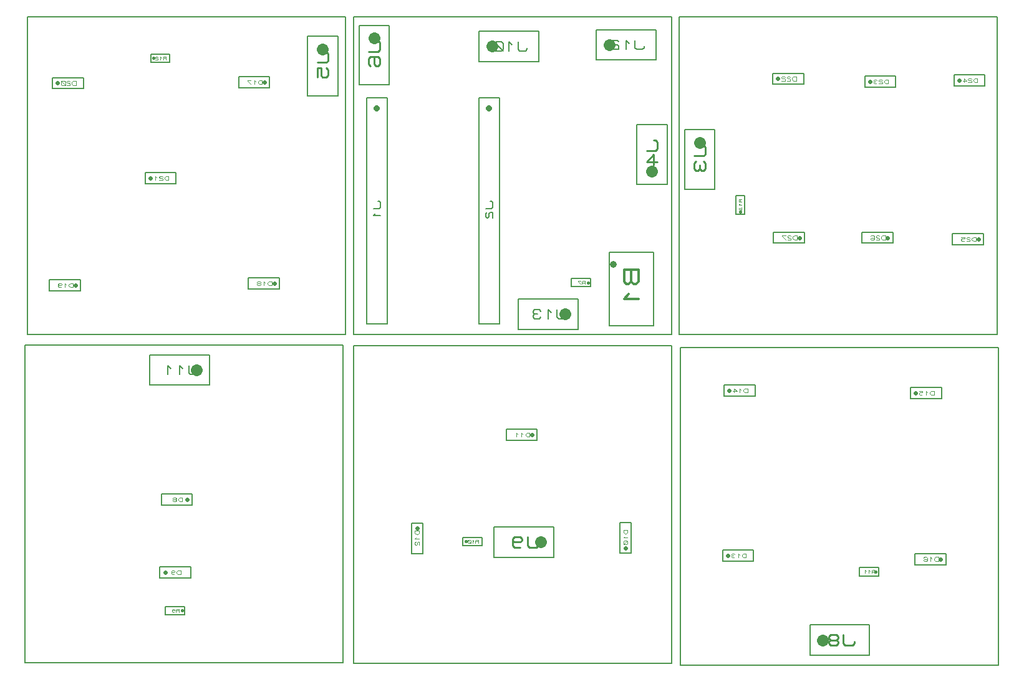
<source format=gbr>
G04 PROTEUS GERBER X2 FILE*
%TF.GenerationSoftware,Labcenter,Proteus,8.9-SP0-Build27865*%
%TF.CreationDate,2020-02-24T18:21:19+00:00*%
%TF.FileFunction,AssemblyDrawing,Bot*%
%TF.FilePolarity,Positive*%
%TF.Part,Single*%
%TF.SameCoordinates,{bab694e6-e1a7-4f03-bc32-dd160c38e7b3}*%
%FSLAX45Y45*%
%MOMM*%
G01*
%TA.AperFunction,Profile*%
%ADD18C,0.203200*%
%TA.AperFunction,Material*%
%ADD20C,0.203200*%
%ADD43C,0.812800*%
%ADD44C,0.164590*%
%ADD45C,1.640000*%
%ADD46C,0.246000*%
%ADD47C,0.202500*%
%ADD39C,0.600000*%
%ADD40C,0.090000*%
%ADD41C,0.460000*%
%ADD48C,0.065000*%
%ADD42C,0.069000*%
%ADD49C,0.900000*%
%ADD50C,0.333330*%
%TD.AperFunction*%
D18*
X-240000Y+660000D02*
X+4078000Y+660000D01*
X+4078000Y+4978000D01*
X-240000Y+4978000D01*
X-240000Y+660000D01*
D20*
X+1462840Y+808840D02*
X+1737160Y+808840D01*
X+1737160Y+3877160D01*
X+1462840Y+3877160D01*
X+1462840Y+808840D01*
D43*
X+1600000Y+3740000D02*
X+1600000Y+3740000D01*
D44*
X+1616460Y+2474673D02*
X+1632919Y+2474673D01*
X+1649378Y+2458214D01*
X+1649378Y+2392378D01*
X+1632919Y+2375919D01*
X+1550623Y+2375919D01*
X+1567082Y+2326541D02*
X+1550623Y+2310082D01*
X+1550623Y+2260705D01*
X+1567082Y+2244246D01*
X+1583541Y+2244246D01*
X+1600000Y+2260705D01*
X+1600000Y+2310082D01*
X+1616460Y+2326541D01*
X+1649378Y+2326541D01*
X+1649378Y+2244246D01*
D20*
X-61160Y+808840D02*
X+213160Y+808840D01*
X+213160Y+3877160D01*
X-61160Y+3877160D01*
X-61160Y+808840D01*
D43*
X+76000Y+3740000D02*
X+76000Y+3740000D01*
D44*
X+92460Y+2474673D02*
X+108919Y+2474673D01*
X+125378Y+2458214D01*
X+125378Y+2392378D01*
X+108919Y+2375919D01*
X+26623Y+2375919D01*
X+59541Y+2310082D02*
X+26623Y+2277164D01*
X+125378Y+2277164D01*
D18*
X+4180000Y+660000D02*
X+8498000Y+660000D01*
X+8498000Y+4978000D01*
X+4180000Y+4978000D01*
X+4180000Y+660000D01*
X+4200000Y-3830000D02*
X+8518000Y-3830000D01*
X+8518000Y+488000D01*
X+4200000Y+488000D01*
X+4200000Y-3830000D01*
X-4670000Y+660000D02*
X-352000Y+660000D01*
X-352000Y+4978000D01*
X-4670000Y+4978000D01*
X-4670000Y+660000D01*
X-4700000Y-3800000D02*
X-382000Y-3800000D01*
X-382000Y+518000D01*
X-4700000Y+518000D01*
X-4700000Y-3800000D01*
X-240000Y-3810000D02*
X+4078000Y-3810000D01*
X+4078000Y+508000D01*
X-240000Y+508000D01*
X-240000Y-3810000D01*
D20*
X+5955000Y-3695000D02*
X+6765000Y-3695000D01*
X+6765000Y-3285000D01*
X+5955000Y-3285000D01*
X+5955000Y-3695000D01*
D45*
X+6130000Y-3490000D02*
X+6130000Y-3490000D01*
D46*
X+6556800Y-3514600D02*
X+6556800Y-3539200D01*
X+6532200Y-3563800D01*
X+6433800Y-3563800D01*
X+6409200Y-3539200D01*
X+6409200Y-3416200D01*
X+6310800Y-3490000D02*
X+6335400Y-3465400D01*
X+6335400Y-3440800D01*
X+6310800Y-3416200D01*
X+6237000Y-3416200D01*
X+6212400Y-3440800D01*
X+6212400Y-3465400D01*
X+6237000Y-3490000D01*
X+6310800Y-3490000D01*
X+6335400Y-3514600D01*
X+6335400Y-3539200D01*
X+6310800Y-3563800D01*
X+6237000Y-3563800D01*
X+6212400Y-3539200D01*
X+6212400Y-3514600D01*
X+6237000Y-3490000D01*
D20*
X+1665000Y-2365000D02*
X+2475000Y-2365000D01*
X+2475000Y-1955000D01*
X+1665000Y-1955000D01*
X+1665000Y-2365000D01*
D45*
X+2300000Y-2160000D02*
X+2300000Y-2160000D01*
D46*
X+2266800Y-2184600D02*
X+2266800Y-2209200D01*
X+2242200Y-2233800D01*
X+2143800Y-2233800D01*
X+2119200Y-2209200D01*
X+2119200Y-2086200D01*
X+1922400Y-2135400D02*
X+1947000Y-2160000D01*
X+2020800Y-2160000D01*
X+2045400Y-2135400D01*
X+2045400Y-2110800D01*
X+2020800Y-2086200D01*
X+1947000Y-2086200D01*
X+1922400Y-2110800D01*
X+1922400Y-2209200D01*
X+1947000Y-2233800D01*
X+2020800Y-2233800D01*
D20*
X-3005000Y-25000D02*
X-2195000Y-25000D01*
X-2195000Y+385000D01*
X-3005000Y+385000D01*
X-3005000Y-25000D01*
D45*
X-2370000Y+180000D02*
X-2370000Y+180000D01*
D47*
X-2357000Y+159750D02*
X-2357000Y+139500D01*
X-2377250Y+119250D01*
X-2458250Y+119250D01*
X-2478500Y+139500D01*
X-2478500Y+240750D01*
X-2559500Y+200250D02*
X-2600000Y+240750D01*
X-2600000Y+119250D01*
X-2721500Y+200250D02*
X-2762000Y+240750D01*
X-2762000Y+119250D01*
D20*
X+3055000Y+4395000D02*
X+3865000Y+4395000D01*
X+3865000Y+4805000D01*
X+3055000Y+4805000D01*
X+3055000Y+4395000D01*
D45*
X+3230000Y+4600000D02*
X+3230000Y+4600000D01*
D47*
X+3703000Y+4579750D02*
X+3703000Y+4559500D01*
X+3682750Y+4539250D01*
X+3601750Y+4539250D01*
X+3581500Y+4559500D01*
X+3581500Y+4660750D01*
X+3500500Y+4620250D02*
X+3460000Y+4660750D01*
X+3460000Y+4539250D01*
X+3358750Y+4640500D02*
X+3338500Y+4660750D01*
X+3277750Y+4660750D01*
X+3257500Y+4640500D01*
X+3257500Y+4620250D01*
X+3277750Y+4600000D01*
X+3338500Y+4600000D01*
X+3358750Y+4579750D01*
X+3358750Y+4539250D01*
X+3257500Y+4539250D01*
D20*
X+1995000Y+735000D02*
X+2805000Y+735000D01*
X+2805000Y+1145000D01*
X+1995000Y+1145000D01*
X+1995000Y+735000D01*
D45*
X+2630000Y+940000D02*
X+2630000Y+940000D01*
D47*
X+2643000Y+919750D02*
X+2643000Y+899500D01*
X+2622750Y+879250D01*
X+2541750Y+879250D01*
X+2521500Y+899500D01*
X+2521500Y+1000750D01*
X+2440500Y+960250D02*
X+2400000Y+1000750D01*
X+2400000Y+879250D01*
X+2298750Y+980500D02*
X+2278500Y+1000750D01*
X+2217750Y+1000750D01*
X+2197500Y+980500D01*
X+2197500Y+960250D01*
X+2217750Y+940000D01*
X+2197500Y+919750D01*
X+2197500Y+899500D01*
X+2217750Y+879250D01*
X+2278500Y+879250D01*
X+2298750Y+899500D01*
X+2258250Y+940000D02*
X+2217750Y+940000D01*
D20*
X+4255000Y+2635000D02*
X+4665000Y+2635000D01*
X+4665000Y+3445000D01*
X+4255000Y+3445000D01*
X+4255000Y+2635000D01*
D45*
X+4460000Y+3270000D02*
X+4460000Y+3270000D01*
D46*
X+4484600Y+3236800D02*
X+4509200Y+3236800D01*
X+4533800Y+3212200D01*
X+4533800Y+3113800D01*
X+4509200Y+3089200D01*
X+4386200Y+3089200D01*
X+4410800Y+3015400D02*
X+4386200Y+2990800D01*
X+4386200Y+2917000D01*
X+4410800Y+2892400D01*
X+4435400Y+2892400D01*
X+4460000Y+2917000D01*
X+4484600Y+2892400D01*
X+4509200Y+2892400D01*
X+4533800Y+2917000D01*
X+4533800Y+2990800D01*
X+4509200Y+3015400D01*
X+4460000Y+2966200D02*
X+4460000Y+2917000D01*
D20*
X+3605000Y+2705000D02*
X+4015000Y+2705000D01*
X+4015000Y+3515000D01*
X+3605000Y+3515000D01*
X+3605000Y+2705000D01*
D45*
X+3810000Y+2880000D02*
X+3810000Y+2880000D01*
D46*
X+3834600Y+3306800D02*
X+3859200Y+3306800D01*
X+3883800Y+3282200D01*
X+3883800Y+3183800D01*
X+3859200Y+3159200D01*
X+3736200Y+3159200D01*
X+3834600Y+2962400D02*
X+3834600Y+3110000D01*
X+3736200Y+3011600D01*
X+3883800Y+3011600D01*
D20*
X-865000Y+3905000D02*
X-455000Y+3905000D01*
X-455000Y+4715000D01*
X-865000Y+4715000D01*
X-865000Y+3905000D01*
D45*
X-660000Y+4540000D02*
X-660000Y+4540000D01*
D46*
X-635400Y+4506800D02*
X-610800Y+4506800D01*
X-586200Y+4482200D01*
X-586200Y+4383800D01*
X-610800Y+4359200D01*
X-733800Y+4359200D01*
X-733800Y+4162400D02*
X-733800Y+4285400D01*
X-684600Y+4285400D01*
X-684600Y+4187000D01*
X-660000Y+4162400D01*
X-610800Y+4162400D01*
X-586200Y+4187000D01*
X-586200Y+4260800D01*
X-610800Y+4285400D01*
D20*
X-165000Y+4055000D02*
X+245000Y+4055000D01*
X+245000Y+4865000D01*
X-165000Y+4865000D01*
X-165000Y+4055000D01*
D45*
X+40000Y+4690000D02*
X+40000Y+4690000D01*
D46*
X+64600Y+4656800D02*
X+89200Y+4656800D01*
X+113800Y+4632200D01*
X+113800Y+4533800D01*
X+89200Y+4509200D01*
X-33800Y+4509200D01*
X-9200Y+4312400D02*
X-33800Y+4337000D01*
X-33800Y+4410800D01*
X-9200Y+4435400D01*
X+89200Y+4435400D01*
X+113800Y+4410800D01*
X+113800Y+4337000D01*
X+89200Y+4312400D01*
X+64600Y+4312400D01*
X+40000Y+4337000D01*
X+40000Y+4435400D01*
D20*
X+5460000Y+1905000D02*
X+5880000Y+1905000D01*
X+5880000Y+2055000D01*
X+5460000Y+2055000D01*
X+5460000Y+1905000D01*
D39*
X+5810000Y+1980000D02*
X+5810000Y+1980000D01*
D40*
X+5778000Y+1953000D02*
X+5778000Y+2007000D01*
X+5742000Y+2007000D01*
X+5724000Y+1989000D01*
X+5724000Y+1971000D01*
X+5742000Y+1953000D01*
X+5778000Y+1953000D01*
X+5697000Y+1998000D02*
X+5688000Y+2007000D01*
X+5661000Y+2007000D01*
X+5652000Y+1998000D01*
X+5652000Y+1989000D01*
X+5661000Y+1980000D01*
X+5688000Y+1980000D01*
X+5697000Y+1971000D01*
X+5697000Y+1953000D01*
X+5652000Y+1953000D01*
X+5625000Y+2007000D02*
X+5580000Y+2007000D01*
X+5580000Y+1998000D01*
X+5625000Y+1953000D01*
D20*
X+6660000Y+1905000D02*
X+7080000Y+1905000D01*
X+7080000Y+2055000D01*
X+6660000Y+2055000D01*
X+6660000Y+1905000D01*
D39*
X+7010000Y+1980000D02*
X+7010000Y+1980000D01*
D40*
X+6978000Y+1953000D02*
X+6978000Y+2007000D01*
X+6942000Y+2007000D01*
X+6924000Y+1989000D01*
X+6924000Y+1971000D01*
X+6942000Y+1953000D01*
X+6978000Y+1953000D01*
X+6897000Y+1998000D02*
X+6888000Y+2007000D01*
X+6861000Y+2007000D01*
X+6852000Y+1998000D01*
X+6852000Y+1989000D01*
X+6861000Y+1980000D01*
X+6888000Y+1980000D01*
X+6897000Y+1971000D01*
X+6897000Y+1953000D01*
X+6852000Y+1953000D01*
X+6780000Y+1998000D02*
X+6789000Y+2007000D01*
X+6816000Y+2007000D01*
X+6825000Y+1998000D01*
X+6825000Y+1962000D01*
X+6816000Y+1953000D01*
X+6789000Y+1953000D01*
X+6780000Y+1962000D01*
X+6780000Y+1971000D01*
X+6789000Y+1980000D01*
X+6825000Y+1980000D01*
D20*
X+4770000Y-2415000D02*
X+5190000Y-2415000D01*
X+5190000Y-2265000D01*
X+4770000Y-2265000D01*
X+4770000Y-2415000D01*
D39*
X+4840000Y-2340000D02*
X+4840000Y-2340000D01*
D40*
X+5088000Y-2367000D02*
X+5088000Y-2313000D01*
X+5052000Y-2313000D01*
X+5034000Y-2331000D01*
X+5034000Y-2349000D01*
X+5052000Y-2367000D01*
X+5088000Y-2367000D01*
X+4998000Y-2331000D02*
X+4980000Y-2313000D01*
X+4980000Y-2367000D01*
X+4935000Y-2322000D02*
X+4926000Y-2313000D01*
X+4899000Y-2313000D01*
X+4890000Y-2322000D01*
X+4890000Y-2331000D01*
X+4899000Y-2340000D01*
X+4890000Y-2349000D01*
X+4890000Y-2358000D01*
X+4899000Y-2367000D01*
X+4926000Y-2367000D01*
X+4935000Y-2358000D01*
X+4917000Y-2340000D02*
X+4899000Y-2340000D01*
D20*
X+4790000Y-175000D02*
X+5210000Y-175000D01*
X+5210000Y-25000D01*
X+4790000Y-25000D01*
X+4790000Y-175000D01*
D39*
X+4860000Y-100000D02*
X+4860000Y-100000D01*
D40*
X+5108000Y-127000D02*
X+5108000Y-73000D01*
X+5072000Y-73000D01*
X+5054000Y-91000D01*
X+5054000Y-109000D01*
X+5072000Y-127000D01*
X+5108000Y-127000D01*
X+5018000Y-91000D02*
X+5000000Y-73000D01*
X+5000000Y-127000D01*
X+4910000Y-109000D02*
X+4964000Y-109000D01*
X+4928000Y-73000D01*
X+4928000Y-127000D01*
D20*
X+7320000Y-205000D02*
X+7740000Y-205000D01*
X+7740000Y-55000D01*
X+7320000Y-55000D01*
X+7320000Y-205000D01*
D39*
X+7390000Y-130000D02*
X+7390000Y-130000D01*
D40*
X+7638000Y-157000D02*
X+7638000Y-103000D01*
X+7602000Y-103000D01*
X+7584000Y-121000D01*
X+7584000Y-139000D01*
X+7602000Y-157000D01*
X+7638000Y-157000D01*
X+7548000Y-121000D02*
X+7530000Y-103000D01*
X+7530000Y-157000D01*
X+7440000Y-103000D02*
X+7485000Y-103000D01*
X+7485000Y-121000D01*
X+7449000Y-121000D01*
X+7440000Y-130000D01*
X+7440000Y-148000D01*
X+7449000Y-157000D01*
X+7476000Y-157000D01*
X+7485000Y-148000D01*
D20*
X+7380000Y-2465000D02*
X+7800000Y-2465000D01*
X+7800000Y-2315000D01*
X+7380000Y-2315000D01*
X+7380000Y-2465000D01*
D39*
X+7730000Y-2390000D02*
X+7730000Y-2390000D01*
D40*
X+7698000Y-2417000D02*
X+7698000Y-2363000D01*
X+7662000Y-2363000D01*
X+7644000Y-2381000D01*
X+7644000Y-2399000D01*
X+7662000Y-2417000D01*
X+7698000Y-2417000D01*
X+7608000Y-2381000D02*
X+7590000Y-2363000D01*
X+7590000Y-2417000D01*
X+7500000Y-2372000D02*
X+7509000Y-2363000D01*
X+7536000Y-2363000D01*
X+7545000Y-2372000D01*
X+7545000Y-2408000D01*
X+7536000Y-2417000D01*
X+7509000Y-2417000D01*
X+7500000Y-2408000D01*
X+7500000Y-2399000D01*
X+7509000Y-2390000D01*
X+7545000Y-2390000D01*
D20*
X-1800000Y+4015000D02*
X-1380000Y+4015000D01*
X-1380000Y+4165000D01*
X-1800000Y+4165000D01*
X-1800000Y+4015000D01*
D39*
X-1450000Y+4090000D02*
X-1450000Y+4090000D01*
D40*
X-1482000Y+4063000D02*
X-1482000Y+4117000D01*
X-1518000Y+4117000D01*
X-1536000Y+4099000D01*
X-1536000Y+4081000D01*
X-1518000Y+4063000D01*
X-1482000Y+4063000D01*
X-1572000Y+4099000D02*
X-1590000Y+4117000D01*
X-1590000Y+4063000D01*
X-1635000Y+4117000D02*
X-1680000Y+4117000D01*
X-1680000Y+4108000D01*
X-1635000Y+4063000D01*
D20*
X-1670000Y+1285000D02*
X-1250000Y+1285000D01*
X-1250000Y+1435000D01*
X-1670000Y+1435000D01*
X-1670000Y+1285000D01*
D39*
X-1320000Y+1360000D02*
X-1320000Y+1360000D01*
D40*
X-1352000Y+1333000D02*
X-1352000Y+1387000D01*
X-1388000Y+1387000D01*
X-1406000Y+1369000D01*
X-1406000Y+1351000D01*
X-1388000Y+1333000D01*
X-1352000Y+1333000D01*
X-1442000Y+1369000D02*
X-1460000Y+1387000D01*
X-1460000Y+1333000D01*
X-1514000Y+1360000D02*
X-1505000Y+1369000D01*
X-1505000Y+1378000D01*
X-1514000Y+1387000D01*
X-1541000Y+1387000D01*
X-1550000Y+1378000D01*
X-1550000Y+1369000D01*
X-1541000Y+1360000D01*
X-1514000Y+1360000D01*
X-1505000Y+1351000D01*
X-1505000Y+1342000D01*
X-1514000Y+1333000D01*
X-1541000Y+1333000D01*
X-1550000Y+1342000D01*
X-1550000Y+1351000D01*
X-1541000Y+1360000D01*
D20*
X-4370000Y+1255000D02*
X-3950000Y+1255000D01*
X-3950000Y+1405000D01*
X-4370000Y+1405000D01*
X-4370000Y+1255000D01*
D39*
X-4020000Y+1330000D02*
X-4020000Y+1330000D01*
D40*
X-4052000Y+1303000D02*
X-4052000Y+1357000D01*
X-4088000Y+1357000D01*
X-4106000Y+1339000D01*
X-4106000Y+1321000D01*
X-4088000Y+1303000D01*
X-4052000Y+1303000D01*
X-4142000Y+1339000D02*
X-4160000Y+1357000D01*
X-4160000Y+1303000D01*
X-4250000Y+1339000D02*
X-4241000Y+1330000D01*
X-4214000Y+1330000D01*
X-4205000Y+1339000D01*
X-4205000Y+1348000D01*
X-4214000Y+1357000D01*
X-4241000Y+1357000D01*
X-4250000Y+1348000D01*
X-4250000Y+1312000D01*
X-4241000Y+1303000D01*
X-4214000Y+1303000D01*
D20*
X-4330000Y+4005000D02*
X-3910000Y+4005000D01*
X-3910000Y+4155000D01*
X-4330000Y+4155000D01*
X-4330000Y+4005000D01*
D39*
X-4260000Y+4080000D02*
X-4260000Y+4080000D01*
D40*
X-4012000Y+4053000D02*
X-4012000Y+4107000D01*
X-4048000Y+4107000D01*
X-4066000Y+4089000D01*
X-4066000Y+4071000D01*
X-4048000Y+4053000D01*
X-4012000Y+4053000D01*
X-4093000Y+4098000D02*
X-4102000Y+4107000D01*
X-4129000Y+4107000D01*
X-4138000Y+4098000D01*
X-4138000Y+4089000D01*
X-4129000Y+4080000D01*
X-4102000Y+4080000D01*
X-4093000Y+4071000D01*
X-4093000Y+4053000D01*
X-4138000Y+4053000D01*
X-4156000Y+4062000D02*
X-4156000Y+4098000D01*
X-4165000Y+4107000D01*
X-4201000Y+4107000D01*
X-4210000Y+4098000D01*
X-4210000Y+4062000D01*
X-4201000Y+4053000D01*
X-4165000Y+4053000D01*
X-4156000Y+4062000D01*
X-4156000Y+4053000D02*
X-4210000Y+4107000D01*
D20*
X-3070000Y+2715000D02*
X-2650000Y+2715000D01*
X-2650000Y+2865000D01*
X-3070000Y+2865000D01*
X-3070000Y+2715000D01*
D39*
X-3000000Y+2790000D02*
X-3000000Y+2790000D01*
D40*
X-2752000Y+2763000D02*
X-2752000Y+2817000D01*
X-2788000Y+2817000D01*
X-2806000Y+2799000D01*
X-2806000Y+2781000D01*
X-2788000Y+2763000D01*
X-2752000Y+2763000D01*
X-2833000Y+2808000D02*
X-2842000Y+2817000D01*
X-2869000Y+2817000D01*
X-2878000Y+2808000D01*
X-2878000Y+2799000D01*
X-2869000Y+2790000D01*
X-2842000Y+2790000D01*
X-2833000Y+2781000D01*
X-2833000Y+2763000D01*
X-2878000Y+2763000D01*
X-2914000Y+2799000D02*
X-2932000Y+2817000D01*
X-2932000Y+2763000D01*
D20*
X+5450000Y+4065000D02*
X+5870000Y+4065000D01*
X+5870000Y+4215000D01*
X+5450000Y+4215000D01*
X+5450000Y+4065000D01*
D39*
X+5520000Y+4140000D02*
X+5520000Y+4140000D01*
D40*
X+5768000Y+4113000D02*
X+5768000Y+4167000D01*
X+5732000Y+4167000D01*
X+5714000Y+4149000D01*
X+5714000Y+4131000D01*
X+5732000Y+4113000D01*
X+5768000Y+4113000D01*
X+5687000Y+4158000D02*
X+5678000Y+4167000D01*
X+5651000Y+4167000D01*
X+5642000Y+4158000D01*
X+5642000Y+4149000D01*
X+5651000Y+4140000D01*
X+5678000Y+4140000D01*
X+5687000Y+4131000D01*
X+5687000Y+4113000D01*
X+5642000Y+4113000D01*
X+5615000Y+4158000D02*
X+5606000Y+4167000D01*
X+5579000Y+4167000D01*
X+5570000Y+4158000D01*
X+5570000Y+4149000D01*
X+5579000Y+4140000D01*
X+5606000Y+4140000D01*
X+5615000Y+4131000D01*
X+5615000Y+4113000D01*
X+5570000Y+4113000D01*
D20*
X+6700000Y+4025000D02*
X+7120000Y+4025000D01*
X+7120000Y+4175000D01*
X+6700000Y+4175000D01*
X+6700000Y+4025000D01*
D39*
X+6770000Y+4100000D02*
X+6770000Y+4100000D01*
D40*
X+7018000Y+4073000D02*
X+7018000Y+4127000D01*
X+6982000Y+4127000D01*
X+6964000Y+4109000D01*
X+6964000Y+4091000D01*
X+6982000Y+4073000D01*
X+7018000Y+4073000D01*
X+6937000Y+4118000D02*
X+6928000Y+4127000D01*
X+6901000Y+4127000D01*
X+6892000Y+4118000D01*
X+6892000Y+4109000D01*
X+6901000Y+4100000D01*
X+6928000Y+4100000D01*
X+6937000Y+4091000D01*
X+6937000Y+4073000D01*
X+6892000Y+4073000D01*
X+6865000Y+4118000D02*
X+6856000Y+4127000D01*
X+6829000Y+4127000D01*
X+6820000Y+4118000D01*
X+6820000Y+4109000D01*
X+6829000Y+4100000D01*
X+6820000Y+4091000D01*
X+6820000Y+4082000D01*
X+6829000Y+4073000D01*
X+6856000Y+4073000D01*
X+6865000Y+4082000D01*
X+6847000Y+4100000D02*
X+6829000Y+4100000D01*
D20*
X+7910000Y+4045000D02*
X+8330000Y+4045000D01*
X+8330000Y+4195000D01*
X+7910000Y+4195000D01*
X+7910000Y+4045000D01*
D39*
X+7980000Y+4120000D02*
X+7980000Y+4120000D01*
D40*
X+8228000Y+4093000D02*
X+8228000Y+4147000D01*
X+8192000Y+4147000D01*
X+8174000Y+4129000D01*
X+8174000Y+4111000D01*
X+8192000Y+4093000D01*
X+8228000Y+4093000D01*
X+8147000Y+4138000D02*
X+8138000Y+4147000D01*
X+8111000Y+4147000D01*
X+8102000Y+4138000D01*
X+8102000Y+4129000D01*
X+8111000Y+4120000D01*
X+8138000Y+4120000D01*
X+8147000Y+4111000D01*
X+8147000Y+4093000D01*
X+8102000Y+4093000D01*
X+8030000Y+4111000D02*
X+8084000Y+4111000D01*
X+8048000Y+4147000D01*
X+8048000Y+4093000D01*
D20*
X+7890000Y+1885000D02*
X+8310000Y+1885000D01*
X+8310000Y+2035000D01*
X+7890000Y+2035000D01*
X+7890000Y+1885000D01*
D39*
X+8240000Y+1960000D02*
X+8240000Y+1960000D01*
D40*
X+8208000Y+1933000D02*
X+8208000Y+1987000D01*
X+8172000Y+1987000D01*
X+8154000Y+1969000D01*
X+8154000Y+1951000D01*
X+8172000Y+1933000D01*
X+8208000Y+1933000D01*
X+8127000Y+1978000D02*
X+8118000Y+1987000D01*
X+8091000Y+1987000D01*
X+8082000Y+1978000D01*
X+8082000Y+1969000D01*
X+8091000Y+1960000D01*
X+8118000Y+1960000D01*
X+8127000Y+1951000D01*
X+8127000Y+1933000D01*
X+8082000Y+1933000D01*
X+8010000Y+1987000D02*
X+8055000Y+1987000D01*
X+8055000Y+1969000D01*
X+8019000Y+1969000D01*
X+8010000Y+1960000D01*
X+8010000Y+1942000D01*
X+8019000Y+1933000D01*
X+8046000Y+1933000D01*
X+8055000Y+1942000D01*
D20*
X-2850000Y-1655000D02*
X-2430000Y-1655000D01*
X-2430000Y-1505000D01*
X-2850000Y-1505000D01*
X-2850000Y-1655000D01*
D39*
X-2500000Y-1580000D02*
X-2500000Y-1580000D01*
D40*
X-2568000Y-1607000D02*
X-2568000Y-1553000D01*
X-2604000Y-1553000D01*
X-2622000Y-1571000D01*
X-2622000Y-1589000D01*
X-2604000Y-1607000D01*
X-2568000Y-1607000D01*
X-2658000Y-1580000D02*
X-2649000Y-1571000D01*
X-2649000Y-1562000D01*
X-2658000Y-1553000D01*
X-2685000Y-1553000D01*
X-2694000Y-1562000D01*
X-2694000Y-1571000D01*
X-2685000Y-1580000D01*
X-2658000Y-1580000D01*
X-2649000Y-1589000D01*
X-2649000Y-1598000D01*
X-2658000Y-1607000D01*
X-2685000Y-1607000D01*
X-2694000Y-1598000D01*
X-2694000Y-1589000D01*
X-2685000Y-1580000D01*
D20*
X-2870000Y-2645000D02*
X-2450000Y-2645000D01*
X-2450000Y-2495000D01*
X-2870000Y-2495000D01*
X-2870000Y-2645000D01*
D39*
X-2800000Y-2570000D02*
X-2800000Y-2570000D01*
D40*
X-2588000Y-2597000D02*
X-2588000Y-2543000D01*
X-2624000Y-2543000D01*
X-2642000Y-2561000D01*
X-2642000Y-2579000D01*
X-2624000Y-2597000D01*
X-2588000Y-2597000D01*
X-2714000Y-2561000D02*
X-2705000Y-2570000D01*
X-2678000Y-2570000D01*
X-2669000Y-2561000D01*
X-2669000Y-2552000D01*
X-2678000Y-2543000D01*
X-2705000Y-2543000D01*
X-2714000Y-2552000D01*
X-2714000Y-2588000D01*
X-2705000Y-2597000D01*
X-2678000Y-2597000D01*
D20*
X+3375000Y-2310000D02*
X+3525000Y-2310000D01*
X+3525000Y-1890000D01*
X+3375000Y-1890000D01*
X+3375000Y-2310000D01*
D39*
X+3450000Y-2240000D02*
X+3450000Y-2240000D01*
D40*
X+3477000Y-1992000D02*
X+3423000Y-1992000D01*
X+3423000Y-2028000D01*
X+3441000Y-2046000D01*
X+3459000Y-2046000D01*
X+3477000Y-2028000D01*
X+3477000Y-1992000D01*
X+3441000Y-2082000D02*
X+3423000Y-2100000D01*
X+3477000Y-2100000D01*
X+3468000Y-2136000D02*
X+3432000Y-2136000D01*
X+3423000Y-2145000D01*
X+3423000Y-2181000D01*
X+3432000Y-2190000D01*
X+3468000Y-2190000D01*
X+3477000Y-2181000D01*
X+3477000Y-2145000D01*
X+3468000Y-2136000D01*
X+3477000Y-2136000D02*
X+3423000Y-2190000D01*
D20*
X+1830000Y-775000D02*
X+2250000Y-775000D01*
X+2250000Y-625000D01*
X+1830000Y-625000D01*
X+1830000Y-775000D01*
D39*
X+2180000Y-700000D02*
X+2180000Y-700000D01*
D40*
X+2148000Y-727000D02*
X+2148000Y-673000D01*
X+2112000Y-673000D01*
X+2094000Y-691000D01*
X+2094000Y-709000D01*
X+2112000Y-727000D01*
X+2148000Y-727000D01*
X+2058000Y-691000D02*
X+2040000Y-673000D01*
X+2040000Y-727000D01*
X+1986000Y-691000D02*
X+1968000Y-673000D01*
X+1968000Y-727000D01*
D20*
X+545000Y-2320000D02*
X+695000Y-2320000D01*
X+695000Y-1900000D01*
X+545000Y-1900000D01*
X+545000Y-2320000D01*
D39*
X+620000Y-1970000D02*
X+620000Y-1970000D01*
D40*
X+647000Y-2002000D02*
X+593000Y-2002000D01*
X+593000Y-2038000D01*
X+611000Y-2056000D01*
X+629000Y-2056000D01*
X+647000Y-2038000D01*
X+647000Y-2002000D01*
X+611000Y-2092000D02*
X+593000Y-2110000D01*
X+647000Y-2110000D01*
X+602000Y-2155000D02*
X+593000Y-2164000D01*
X+593000Y-2191000D01*
X+602000Y-2200000D01*
X+611000Y-2200000D01*
X+620000Y-2191000D01*
X+620000Y-2164000D01*
X+629000Y-2155000D01*
X+647000Y-2155000D01*
X+647000Y-2200000D01*
D20*
X+6625000Y-2617500D02*
X+6885000Y-2617500D01*
X+6885000Y-2502500D01*
X+6625000Y-2502500D01*
X+6625000Y-2617500D01*
D41*
X+6850000Y-2560000D02*
X+6850000Y-2560000D01*
D48*
X+6833000Y-2579500D02*
X+6833000Y-2540500D01*
X+6800500Y-2540500D01*
X+6794000Y-2547000D01*
X+6794000Y-2553500D01*
X+6800500Y-2560000D01*
X+6833000Y-2560000D01*
X+6800500Y-2560000D02*
X+6794000Y-2566500D01*
X+6794000Y-2579500D01*
X+6768000Y-2553500D02*
X+6755000Y-2540500D01*
X+6755000Y-2579500D01*
X+6716000Y-2553500D02*
X+6703000Y-2540500D01*
X+6703000Y-2579500D01*
D20*
X-2995000Y+4362500D02*
X-2735000Y+4362500D01*
X-2735000Y+4477500D01*
X-2995000Y+4477500D01*
X-2995000Y+4362500D01*
D41*
X-2960000Y+4420000D02*
X-2960000Y+4420000D01*
D48*
X-2787000Y+4400500D02*
X-2787000Y+4439500D01*
X-2819500Y+4439500D01*
X-2826000Y+4433000D01*
X-2826000Y+4426500D01*
X-2819500Y+4420000D01*
X-2787000Y+4420000D01*
X-2819500Y+4420000D02*
X-2826000Y+4413500D01*
X-2826000Y+4400500D01*
X-2852000Y+4426500D02*
X-2865000Y+4439500D01*
X-2865000Y+4400500D01*
X-2897500Y+4433000D02*
X-2904000Y+4439500D01*
X-2923500Y+4439500D01*
X-2930000Y+4433000D01*
X-2930000Y+4426500D01*
X-2923500Y+4420000D01*
X-2904000Y+4420000D01*
X-2897500Y+4413500D01*
X-2897500Y+4400500D01*
X-2930000Y+4400500D01*
D20*
X+4952500Y+2295000D02*
X+5067500Y+2295000D01*
X+5067500Y+2555000D01*
X+4952500Y+2555000D01*
X+4952500Y+2295000D01*
D41*
X+5010000Y+2330000D02*
X+5010000Y+2330000D01*
D48*
X+5029500Y+2503000D02*
X+4990500Y+2503000D01*
X+4990500Y+2470500D01*
X+4997000Y+2464000D01*
X+5003500Y+2464000D01*
X+5010000Y+2470500D01*
X+5010000Y+2503000D01*
X+5010000Y+2470500D02*
X+5016500Y+2464000D01*
X+5029500Y+2464000D01*
X+5003500Y+2438000D02*
X+4990500Y+2425000D01*
X+5029500Y+2425000D01*
X+4997000Y+2392500D02*
X+4990500Y+2386000D01*
X+4990500Y+2366500D01*
X+4997000Y+2360000D01*
X+5003500Y+2360000D01*
X+5010000Y+2366500D01*
X+5016500Y+2360000D01*
X+5023000Y+2360000D01*
X+5029500Y+2366500D01*
X+5029500Y+2386000D01*
X+5023000Y+2392500D01*
X+5010000Y+2379500D02*
X+5010000Y+2366500D01*
D20*
X-2795000Y-3147500D02*
X-2535000Y-3147500D01*
X-2535000Y-3032500D01*
X-2795000Y-3032500D01*
X-2795000Y-3147500D01*
D41*
X-2570000Y-3090000D02*
X-2570000Y-3090000D01*
D42*
X-2609800Y-3110700D02*
X-2609800Y-3069300D01*
X-2644300Y-3069300D01*
X-2651200Y-3076200D01*
X-2651200Y-3083100D01*
X-2644300Y-3090000D01*
X-2609800Y-3090000D01*
X-2644300Y-3090000D02*
X-2651200Y-3096900D01*
X-2651200Y-3110700D01*
X-2706400Y-3083100D02*
X-2699500Y-3090000D01*
X-2678800Y-3090000D01*
X-2671900Y-3083100D01*
X-2671900Y-3076200D01*
X-2678800Y-3069300D01*
X-2699500Y-3069300D01*
X-2706400Y-3076200D01*
X-2706400Y-3103800D01*
X-2699500Y-3110700D01*
X-2678800Y-3110700D01*
D20*
X+1245000Y-2207500D02*
X+1505000Y-2207500D01*
X+1505000Y-2092500D01*
X+1245000Y-2092500D01*
X+1245000Y-2207500D01*
D41*
X+1280000Y-2150000D02*
X+1280000Y-2150000D01*
D48*
X+1453000Y-2169500D02*
X+1453000Y-2130500D01*
X+1420500Y-2130500D01*
X+1414000Y-2137000D01*
X+1414000Y-2143500D01*
X+1420500Y-2150000D01*
X+1453000Y-2150000D01*
X+1420500Y-2150000D02*
X+1414000Y-2156500D01*
X+1414000Y-2169500D01*
X+1388000Y-2143500D02*
X+1375000Y-2130500D01*
X+1375000Y-2169500D01*
X+1349000Y-2163000D02*
X+1349000Y-2137000D01*
X+1342500Y-2130500D01*
X+1316500Y-2130500D01*
X+1310000Y-2137000D01*
X+1310000Y-2163000D01*
X+1316500Y-2169500D01*
X+1342500Y-2169500D01*
X+1349000Y-2163000D01*
X+1349000Y-2169500D02*
X+1310000Y-2130500D01*
D20*
X+1465000Y+4375000D02*
X+2275000Y+4375000D01*
X+2275000Y+4785000D01*
X+1465000Y+4785000D01*
X+1465000Y+4375000D01*
D45*
X+1640000Y+4580000D02*
X+1640000Y+4580000D01*
D47*
X+2113000Y+4559750D02*
X+2113000Y+4539500D01*
X+2092750Y+4519250D01*
X+2011750Y+4519250D01*
X+1991500Y+4539500D01*
X+1991500Y+4640750D01*
X+1910500Y+4600250D02*
X+1870000Y+4640750D01*
X+1870000Y+4519250D01*
X+1789000Y+4539500D02*
X+1789000Y+4620500D01*
X+1768750Y+4640750D01*
X+1687750Y+4640750D01*
X+1667500Y+4620500D01*
X+1667500Y+4539500D01*
X+1687750Y+4519250D01*
X+1768750Y+4519250D01*
X+1789000Y+4539500D01*
X+1789000Y+4519250D02*
X+1667500Y+4640750D01*
D20*
X+3230000Y+780000D02*
X+3830000Y+780000D01*
X+3830000Y+1780000D01*
X+3230000Y+1780000D01*
X+3230000Y+780000D01*
D49*
X+3280000Y+1620000D02*
X+3280000Y+1620000D01*
D50*
X+3630000Y+1546666D02*
X+3430000Y+1546666D01*
X+3430000Y+1380000D01*
X+3463333Y+1346667D01*
X+3496667Y+1346667D01*
X+3530000Y+1380000D01*
X+3563333Y+1346667D01*
X+3596667Y+1346667D01*
X+3630000Y+1380000D01*
X+3630000Y+1546666D01*
X+3530000Y+1546666D02*
X+3530000Y+1380000D01*
X+3496667Y+1213334D02*
X+3430000Y+1146667D01*
X+3630000Y+1146667D01*
D20*
X+2715000Y+1312500D02*
X+2975000Y+1312500D01*
X+2975000Y+1427500D01*
X+2715000Y+1427500D01*
X+2715000Y+1312500D01*
D41*
X+2940000Y+1370000D02*
X+2940000Y+1370000D01*
D42*
X+2900200Y+1349300D02*
X+2900200Y+1390700D01*
X+2865700Y+1390700D01*
X+2858800Y+1383800D01*
X+2858800Y+1376900D01*
X+2865700Y+1370000D01*
X+2900200Y+1370000D01*
X+2865700Y+1370000D02*
X+2858800Y+1363100D01*
X+2858800Y+1349300D01*
X+2838100Y+1390700D02*
X+2803600Y+1390700D01*
X+2803600Y+1383800D01*
X+2838100Y+1349300D01*
M02*

</source>
